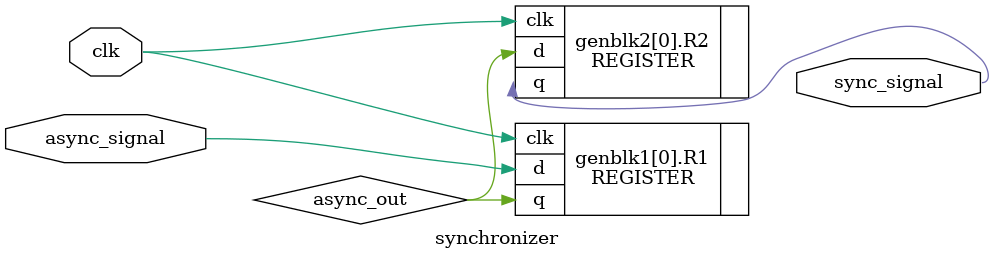
<source format=v>
module synchronizer #(parameter WIDTH = 1) (
    input [WIDTH-1:0] async_signal,
    input clk,
    output [WIDTH-1:0] sync_signal
);
	    // TODO: Create your 2 flip-flop synchronizer here
	    // This module takes in a vector of WIDTH-bit asynchronous
      // (from different clock domain or not clocked, such as button press) signals
	    // and should output a vector of WIDTH-bit synchronous signals
      // that are synchronized to the input clk
        wire[WIDTH-1:0] async_out;
        
        genvar i;
        generate
            for (i = 0; i < WIDTH; i = i + 1) begin
                REGISTER #(1) R1(.clk(clk),.q(async_out[i]),.d(async_signal[i]));
            end
        endgenerate
        
        generate
            for (i = 0; i < WIDTH; i = i + 1) begin
                REGISTER #(1) R2(.clk(clk),.q(sync_signal[i]),.d(async_out[i]));
            end
        endgenerate
endmodule

</source>
